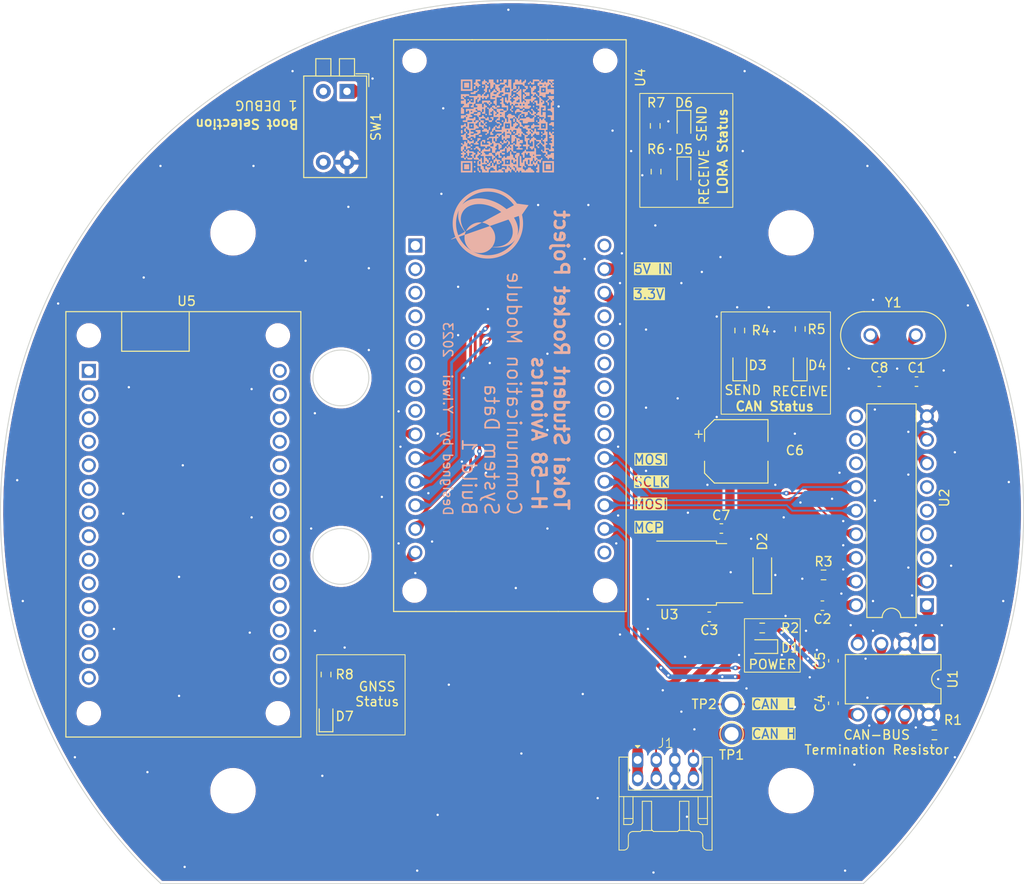
<source format=kicad_pcb>
(kicad_pcb (version 20221018) (generator pcbnew)
  (layers (0 "F.Cu" signal) (31 "B.Cu" signal) (34 "B.Paste" user) (35 "F.Paste" user) (36 "B.SilkS" user "B.Silkscreen") (37 "F.SilkS" user "F.Silkscreen") (38 "B.Mask" user) (39 "F.Mask" user) (44 "Edge.Cuts" user))
  (net 0 "")
  (net 1 "CAN_H")
  (net 2 "GND")
  (net 3 "+5V")
  (net 4 "CAN_L")
  (net 5 "+3.3V")
  (net 6 "CAN_TX")
  (net 7 "CAN_RX")
  (net 8 "OSC1")
  (net 9 "OSC2")
  (net 10 "SPI_CS_MCP")
  (net 11 "SPI_MOSI")
  (net 12 "SPI_SCLK")
  (net 13 "SPI_MISO")
  (net 14 "Net-(D7-A)")
  (net 15 "Net-(U2-~RESET)")
  (net 63 "Net-(D1-A)")
  (net 65 "Net-(D3-A)")
  (net 66 "Net-(D4-A)")
  (net 67 "Net-(D5-A)")
  (net 68 "Net-(D6-A)")
  (net 69 "CAN_RECEIVE_STATUS")
  (net 70 "CAN_SEND_STATUS")
  (net 71 "LORA_RECEIVE_STATUS")
  (net 72 "LORA_SEND_STATUS")
  (net 73 "GNSS_STATUS")
  (net 74 "DEBUG_MODE")
  (net 78 "+12V")
  (footprint "MountingHole:MountingHole_4.5mm" (layer "F.Cu") (at 178.5 75)
    (fp_text reference "REF**" hide)
    (fp_text value "MountingHole_4.5mm" hide)
  )
  (footprint "Connector_Pin:Pin_D1.0mm_L10.0mm" (layer "F.Cu") (at 172.1 125.699432)
    (fp_text reference "TP2")
    (fp_text value "TestPoint")
  )
  (footprint "Package_TO_SOT_SMD:TO-252-2" (layer "F.Cu") (at 167.16 111.599432 180)
    (fp_text reference "U3")
    (fp_text value "NJM7805SDL1")
  )
  (footprint "Crystal:Crystal_HC49-U_Vertical" (layer "F.Cu") (at 187.0275 86.0002)
    (fp_text reference "Y1")
    (fp_text value "8MHz")
  )
  (footprint "Capacitor_SMD:C_0603_1608Metric_Pad1.08x0.95mm_HandSolder" (layer "F.Cu") (at 181.86 115.1002 180)
    (fp_text reference "C2")
    (fp_text value "0.1μF")
  )
  (footprint "LED_SMD:LED_0603_1608Metric_Pad1.05x0.95mm_HandSolder" (layer "F.Cu") (at 166.9775 63.4877 -90)
    (fp_text reference "D6")
    (fp_text value "ORANGE")
  )
  (footprint "Resistor_SMD:R_0603_1608Metric_Pad0.98x0.95mm_HandSolder" (layer "F.Cu") (at 128.5 122.5 -90)
    (fp_text reference "R8")
    (fp_text value "300Ω")
  )
  (footprint "Capacitor_SMD:C_0603_1608Metric_Pad1.08x0.95mm_HandSolder" (layer "F.Cu") (at 171 106.799432 180)
    (fp_text reference "C7")
    (fp_text value "0.1μF")
  )
  (footprint "Capacitor_SMD:C_0603_1608Metric_Pad1.08x0.95mm_HandSolder" (layer "F.Cu") (at 183.044 121.027932 90)
    (fp_text reference "C5")
    (fp_text value "0.1μF")
  )
  (footprint "LED_SMD:LED_0603_1608Metric_Pad1.05x0.95mm_HandSolder" (layer "F.Cu") (at 128.5 127 90)
    (fp_text reference "D7")
    (fp_text value "GREEN")
  )
  (footprint "Package_DIP:DIP-8_W7.62mm" (layer "F.Cu") (at 193.2775 119.2002 -90)
    (fp_text reference "U1")
    (fp_text value "MCP2562-E-P")
  )
  (footprint "Diode_SMD:D_SOD-123F" (layer "F.Cu") (at 175.4 111.599432 90)
    (fp_text reference "D2")
    (fp_text value "1N4007")
  )
  (footprint "ArduinoMkrGpsShield:Arduino MKR GPS Shield" (layer "F.Cu") (at 103 89.84)
    (fp_text reference "U5")
    (fp_text value "~")
  )
  (footprint "Resistor_SMD:R_0603_1608Metric_Pad0.98x0.95mm_HandSolder" (layer "F.Cu") (at 163.9775 68.4127 -90)
    (fp_text reference "R6")
    (fp_text value "100Ω")
  )
  (footprint "Capacitor_SMD:C_0603_1608Metric_Pad1.08x0.95mm_HandSolder" (layer "F.Cu") (at 191.9775 91.0002 180)
    (fp_text reference "C1")
    (fp_text value "15pF")
  )
  (footprint "MountingHole:MountingHole_4.5mm" (layer "F.Cu") (at 118.5 135)
    (fp_text reference "REF**" hide)
    (fp_text value "MountingHole_4.5mm" hide)
  )
  (footprint "Resistor_SMD:R_0603_1608Metric_Pad0.98x0.95mm_HandSolder" (layer "F.Cu") (at 172.9775 85.5002 -90)
    (fp_text reference "R4")
    (fp_text value "100Ω")
  )
  (footprint "ABX00012:ARDUINO_ABX00012" (layer "F.Cu") (at 135.7625 54.225 -90)
    (fp_text reference "U4")
    (fp_text value "ABX00012")
  )
  (footprint "Capacitor_SMD:CP_Elec_6.3x7.7" (layer "F.Cu") (at 172.6 98.499432)
    (fp_text reference "C6")
    (fp_text value "100μF")
  )
  (footprint "MountingHole:MountingHole_4.5mm" (layer "F.Cu") (at 178.5 135)
    (fp_text reference "REF**" hide)
    (fp_text value "MountingHole_4.5mm" hide)
  )
  (footprint "LED_SMD:LED_0603_1608Metric_Pad1.05x0.95mm_HandSolder" (layer "F.Cu") (at 172.9775 89.2502 90)
    (fp_text reference "D3")
    (fp_text value "ORANGE")
  )
  (footprint "Resistor_SMD:R_0603_1608Metric_Pad0.98x0.95mm_HandSolder" (layer "F.Cu") (at 193.9 129)
    (fp_text reference "R1")
    (fp_text value "120Ω")
  )
  (footprint "Capacitor_SMD:C_0603_1608Metric_Pad1.08x0.95mm_HandSolder" (layer "F.Cu") (at 183.044 125.6002 90)
    (fp_text reference "C4")
    (fp_text value "0.1μF")
  )
  (footprint "Capacitor_SMD:C_0603_1608Metric_Pad1.08x0.95mm_HandSolder" (layer "F.Cu") (at 169.7 116.299432 180)
    (fp_text reference "C3")
    (fp_text value "10μF")
  )
  (footprint "MountingHole:MountingHole_4.5mm" (layer "F.Cu") (at 118.5 75)
    (fp_text reference "REF**" hide)
    (fp_text value "MountingHole_4.5mm" hide)
  )
  (footprint "LED_SMD:LED_0603_1608Metric_Pad1.05x0.95mm_HandSolder" (layer "F.Cu") (at 166.9775 68.5002 -90)
    (fp_text reference "D5")
    (fp_text value "ORANGE")
  )
  (footprint "Connector_Pin:Pin_D1.0mm_L10.0mm" (layer "F.Cu") (at 172.1 128.899432)
    (fp_text reference "TP1")
    (fp_text value "TestPoint")
  )
  (footprint "LED_SMD:LED_0603_1608Metric_Pad1.05x0.95mm_HandSolder" (layer "F.Cu") (at 175.39 119.5002 180)
    (fp_text reference "D1")
    (fp_text value "RED")
  )
  (footprint "Resistor_SMD:R_0603_1608Metric_Pad0.98x0.95mm_HandSolder" (layer "F.Cu") (at 181.985 111.7902)
    (fp_text reference "R3")
    (fp_text value "10kΩ")
  )
  (footprint "Hirose_Connector:Hirose_DF11B-8DP-2DS" (layer "F.Cu") (at 162 131.69)
    (fp_text reference "J1")
    (fp_text value "Conn_01x08")
  )
  (footprint "Resistor_SMD:R_0603_1608Metric_Pad0.98x0.95mm_HandSolder" (layer "F.Cu") (at 163.89 63.4877 -90)
    (fp_text reference "R7")
    (fp_text value "100Ω")
  )
  (footprint "Package_DIP:DIP-18_W7.62mm" (layer "F.Cu") (at 193.0975 115.0402 180)
    (fp_text reference "U2")
    (fp_text value "MCP2515-I/P")
  )
  (footprint "Resistor_SMD:R_0603_1608Metric_Pad0.98x0.95mm_HandSolder" (layer "F.Cu") (at 175.39 117.5002 180)
    (fp_text reference "R2")
    (fp_text value "620Ω")
  )
  (footprint "Button_Switch_THT:SW_DIP_SPSTx02_Piano_10.8x6.64mm_W7.62mm_P2.54mm" (layer "F.Cu") (at 130.75 59.774432 -90)
    (fp_text reference "SW1")
    (fp_text value "SW_DIP_x02")
  )
  (footprint "Capacitor_SMD:C_0603_1608Metric_Pad1.08x0.95mm_HandSolder" (layer "F.Cu") (at 187.9775 91.0002)
    (fp_text reference "C8")
    (fp_text value "15pF")
  )
  (footprint "LED_SMD:LED_0603_1608Metric_Pad1.05x0.95mm_HandSolder" (layer "F.Cu") (at 179.4775 89.2502 90)
    (fp_text reference "D4")
    (fp_text value "ORANGE")
  )
  (footprint "Resistor_SMD:R_0603_1608Metric_Pad0.98x0.95mm_HandSolder" (layer "F.Cu") (at 179.4775 85.3377 -90)
    (fp_text reference "R5")
    (fp_text value "100Ω")
  )
  (footprint "LOGO" (layer "B.Cu") (at 146 74 90)
    (fp_text reference "G***" hide)
    (fp_text value "LOGO" hide)
  )
  (footprint "LOGO" (layer "B.Cu") (at 148 63.5)
    (fp_text reference "G***" hide)
    (fp_text value "LOGO" hide)
  )
  (gr_rect (start 127.5 120.375) (end 137 129) (stroke (width 0.1)) (fill none) (layer "F.SilkS"))
  (gr_rect (start 162.2275 60.0002) (end 172.2275 72.2502) (stroke (width 0.1)) (fill none) (layer "F.SilkS"))
  (gr_rect (start 173.4775 116.5002) (end 179.4775 122.2502) (stroke (width 0.1)) (fill none) (layer "F.SilkS"))
  (gr_rect (start 170.9775 83.5002) (end 182.7275 94.5002) (stroke (width 0.1)) (fill none) (layer "F.SilkS"))
  (gr_arc locked (start 110.75 145) (mid 148.5 49.999432) (end 186.25 145) (stroke (width 0.1)) (layer "Edge.Cuts"))
  (gr_circle (center 130.1 90.6) (end 133.1 90.6) (stroke (width 0.1)) (fill none) (layer "Edge.Cuts"))
  (gr_circle (center 130.1 109.8) (end 133.1 109.8) (stroke (width 0.1)) (fill none) (layer "Edge.Cuts"))
  (gr_line locked (start 186.25 145) (end 110.75 145) (stroke (width 0.1)) (layer "Edge.Cuts"))
  (gr_text "Tokai Student Rocket Poject\nH-58 Avionics" (at 150.5 105 270) (layer "B.SilkS") (effects (font (size 1.5 1.5) (thickness 0.3) bold) (justify left bottom mirror)))
  (gr_text "Communication Module\nSystem Data\nBuild 1" (at 143 105.5 270) (layer "B.SilkS") (effects (font (size 1.5 1.5) (thickness 0.1875)) (justify left bottom mirror)))
  (gr_text "Designed by 　Y.Iwai 　2023" (at 141 105.5 270) (layer "B.SilkS") (effects (font (size 1 1) (thickness 0.153)) (justify left bottom mirror)))
  (gr_text "5V IN" (at 161.5 78.899432) (layer "F.SilkS" knockout) (effects (font (size 1 1) (thickness 0.153)) (justify left)))
  (gr_text "CAN-BUS\nTermination Resistor" (at 187.7 129.8) (layer "F.SilkS") (effects (font (size 1 1) (thickness 0.153))))
  (gr_text "GNSS\nStatus\n" (at 134 126) (layer "F.SilkS") (effects (font (size 1 1)) (justify bottom)))
  (gr_text "SEND" (at 173.3 92.5002) (layer "F.SilkS") (effects (font (size 1 1)) (justify bottom)))
  (gr_text "CAN L" (at 174.2 125.699432) (layer "F.SilkS" knockout) (effects (font (size 1 1) (thickness 0.153)) (justify left)))
  (gr_text "MOSI" (at 161.5 99.399432) (layer "F.SilkS" knockout) (effects (font (size 1 1) (thickness 0.153)) (justify left)))
  (gr_text "SCLK" (at 161.5 101.799432) (layer "F.SilkS" knockout) (effects (font (size 1 1) (thickness 0.153)) (justify left)))
  (gr_text "RECEIVE" (at 179.4775 92.6252) (layer "F.SilkS") (effects (font (size 1 1)) (justify bottom)))
  (gr_text "Boot Selection\n" (at 120 62.699432 180) (layer "F.SilkS") (effects (font (size 1 1) (thickness 0.2) bold) (justify bottom)))
  (gr_text "POWER" (at 176.4775 122.0002) (layer "F.SilkS") (effects (font (size 1 1)) (justify bottom)))
  (gr_text "CAN H" (at 174.2 128.899432) (layer "F.SilkS" knockout) (effects (font (size 1 1) (thickness 0.153)) (justify left)))
  (gr_text "SEND" (at 169.4775 63.2502 90) (layer "F.SilkS") (effects (font (size 1 1)) (justify bottom)))
  (gr_text "1 DEBUG" (at 125.5 60.699432 180) (layer "F.SilkS") (effects (font (size 1 1) (thickness 0.153)) (justify left bottom)))
  (gr_text "LORA Status" (at 171.7275 66.2502 90) (layer "F.SilkS") (effects (font (size 1 1) (thickness 0.2) bold) (justify bottom)))
  (gr_text "MOSI" (at 161.5 104.199432) (layer "F.SilkS" knockout) (effects (font (size 1 1) (thickness 0.153)) (justify left)))
  (gr_text "3.3V" (at 161.5 81.599432) (layer "F.SilkS" knockout) (effects (font (size 1 1) (thickness 0.153)) (justify left)))
  (gr_text "RECEIVE" (at 169.7275 69.0002 90) (layer "F.SilkS") (effects (font (size 1 1)) (justify bottom)))
  (gr_text "CAN Status" (at 176.7275 94.2502) (layer "F.SilkS") (effects (font (size 1 1) (thickness 0.2) bold) (justify bottom)))
  (gr_text "MCP" (at 161.5 106.699432) (layer "F.SilkS" knockout) (effects (font (size 1 1) (thickness 0.153)) (justify left)))
  (segment (start 190.7375 128.1625) (end 189.7 129.2) (width 0.2) (layer "F.Cu") (net 1))
  (segment (start 180.6773 129.2) (end 180.376732 128.899432) (width 0.2) (layer "F.Cu") (net 1))
  (segment (start 195.3 126.8) (end 193.1 129) (width 0.2) (layer "F.Cu") (net 1))
  (segment (start 172.1 128.899432) (end 169.3 128.899432) (width 0.2) (layer "F.Cu") (net 1))
  (segment (start 189.7 129.2) (end 180.6773 129.2) (width 0.2) (layer "F.Cu") (net 1))
  (segment (start 194.7 125.4) (end 195.3 126) (width 0.2) (layer "F.Cu") (net 1))
  (segment (start 167.9775 130.221932) (end 167.9775 133.6902) (width 0.2) (layer "F.Cu") (net 1))
  (segment (start 190.7375 125.7625) (end 191.1 125.4) (width 0.2) (layer "F.Cu") (net 1))
  (segment (start 180.376732 128.899432) (end 172.1 128.899432) (width 0.2) (layer "F.Cu") (net 1))
  (segment (start 195.3 126) (end 195.3 126.8) (width 0.2) (layer "F.Cu") (net 1))
  (segment (start 190.7375 126.8202) (end 190.7375 128.1625) (width 0.2) (layer "F.Cu") (net 1))
  (segment (start 190.7375 126.8202) (end 190.7375 125.7625) (width 0.2) (layer "F.Cu") (net 1))
  (segment (start 191.1 125.4) (end 194.7 125.4) (width 0.2) (layer "F.Cu") (net 1))
  (segment (start 169.3 128.899432) (end 167.9775 130.221932) (width 0.2) (layer "F.Cu") (net 1))
  (via (at 186.7 67.8) (size 0.51) (drill 0.25) (layers "F.Cu" "B.Cu") (net 2))
  (via (at 142.7 80.8) (size 0.51) (drill 0.25) (layers "F.Cu" "B.Cu") (net 2))
  (via (at 172 111.499432) (size 0.51) (drill 0.25) (layers "F.Cu" "B.Cu") (net 2))
  (via (at 146.1 89) (size 0.51) (drill 0.25) (layers "F.Cu" "B.Cu") (net 2))
  (via (at 162.5 68.8) (size 0.51) (drill 0.25) (layers "F.Cu" "B.Cu") (net 2))
  (via (at 187.3 114.6) (size 0.51) (drill 0.25) (layers "F.Cu" "B.Cu") (net 2))
  (via (at 173.3 66.2) (size 0.51) (drill 0.25) (layers "F.Cu" "B.Cu") (net 2))
  (via (at 127.3 94.4) (size 0.51) (drill 0.25) (layers "F.Cu" "B.Cu") (net 2))
  (via (at 179.7 112.2) (size 0.51) (drill 0.25) (layers "F.Cu" "B.Cu") (net 2))
  (via (at 139.9 108.2) (size 0.51) (drill 0.25) (layers "F.Cu" "B.Cu") (net 2))
  (via (at 195.7 110.8) (size 0.51) (drill 0.25) (layers "F.Cu" "B.Cu") (net 2))
  (via (at 95.9 114.6) (size 0.51) (drill 0.25) (layers "F.Cu" "B.Cu") (net 2))
  (via (at 108.9 79.8) (size 0.51) (drill 0.25) (layers "F.Cu" "B.Cu") (net 2))
  (via (at 201.3 114.6) (size 0.51) (drill 0.25) (layers "F.Cu" "B.Cu") (net 2))
  (via (at 170.9 77.6) (size 0.51) (drill 0.25) (layers "F.Cu" "B.Cu") (net 2))
  (via (at 163.7 143.8) (size 0.51) (drill 0.25) (layers "F.Cu" "B.Cu") (net 2))
  (via (at 156.7 72) (size 0.51) (drill 0.25) (layers "F.Cu" "B.Cu") (net 2))
  (via (at 120.5 91.8) (size 0.51) (drill 0.25) (layers "F.Cu" "B.Cu") (net 2))
  (via (at 180.5 122.8) (size 0.51) (drill 0.25) (layers "F.Cu" "B.Cu") (net 2))
  (via (at 107.3 91.6) (size 0.51) (drill 0.25) (layers "F.Cu" "B.Cu") (net 2))
  (via (at 136.3 94.2) (size 0.51) (drill 0.25) (layers "F.Cu" "B.Cu") (net 2))
  (via (at 148.9 113.2) (size 0.51) (drill 0.25) (layers "F.Cu" "B.Cu") (net 2))
  (via (at 165.5 66) (size 0.51) (drill 0.25) (layers "F.Cu" "B.Cu") (net 2))
  (via (at 138.1 111.6) (size 0.51) (drill 0.25) (layers "F.Cu" "B.Cu") (net 2))
  (via (at 183.7 100.8) (size 0.51) (drill 0.25) (layers "F.Cu" "B.Cu") (net 2))
  (via (at 173.5 57.6) (size 0.51) (drill 0.25) (layers "F.Cu" "B.Cu") (net 2))
  (via (at 160.1 84.8) (size 0.51) (drill 0.25) (layers "F.Cu" "B.Cu") (net 2))
  (via (at 133.5 58.4) (size 0.51) (drill 0.25) (layers "F.Cu" "B.Cu") (net 2))
  (via (at 173.7 124) (size 0.51) (drill 0.25) (layers "F.Cu" "B.Cu") (net 2))
  (via (at 179.5 104) (size 0.51) (drill 0.25) (layers "F.Cu" "B.Cu") (net 2))
  (via (at 138.3 143.6) (size 0.51) (drill 0.25) (layers "F.Cu" "B.Cu") (net 2))
  (via (at 160.1 80.4) (size 0.51) (drill 0.25) (layers "F.Cu" "B.Cu") (net 2))
  (via (at 163.1 117.6) (size 0.51) (drill 0.25) (layers "F.Cu" "B.Cu") (net 2))
  (via (at 136.3 108.4) (size 0.51) (drill 0.25) (layers "F.Cu" "B.Cu") (net 2))
  (via (at 182.9 103.6) (size 0.51) (drill 0.25) (layers "F.Cu" "B.Cu") (net 2))
  (via (at 152.3 96.2) (size 0.51) (drill 0.25) (layers "F.Cu" "B.Cu") (net 2))
  (via (at 165.3 63) (size 0.51) (drill 0.25) (layers "F.Cu" "B.Cu") (net 2))
  (via (at 187.5 103.8) (size 0.51) (drill 0.25) (layers "F.Cu" "B.Cu") (net 2))
  (via (at 143.1 99.6) (size 0.51) (drill 0.25) (layers "F.Cu" "B.Cu") (net 2))
  (via (at 201.9 101.8) (size 0.51) (drill 0.25) (layers "F.Cu" "B.Cu") (net 2))
  (via (at 167.3 137.8) (size 0.51) (drill 0.25) (layers "F.Cu" "B.Cu") (net 2))
  (via (at 130.9 72.2) (size 0.51) (drill 0.25) (layers "F.Cu" "B.Cu") (net 2))
  (via (at 112.7 124.8) (size 0.51) (drill 0.25) (layers "F.Cu" "B.Cu") (net 2))
  (via (at 142.7 86) (size 0.51) (drill 0.25) (layers "F.Cu" "B.Cu") (net 2))
  (via (at 180.1 117.8) (size 0.51) (drill 0.25) (layers "F.Cu" "B.Cu") (net 2))
  (via (at 157.7 135.8) (size 0.51) (drill 0.25) (layers "F.Cu" "B.Cu") (net 2))
  (via (at 196.1 98.6) (size 0.51) (drill 0.25) (layers "F.Cu" "B.Cu") (net 2))
  (via (at 161.3 66.2) (size 0.51) (drill 0.25) (layers "F.Cu" "B.Cu") (net 2))
  (via (at 168.9 79.2) (size 0.51) (drill 0.25) (layers "F.Cu" "B.Cu") (net 2))
  (via (at 140.5 96.6) (size 0.51) (drill 0.25) (layers "F.Cu" "B.Cu") (net 2))
  (via (at 170.5 84) (size 0.51) (drill 0.25) (layers "F.Cu" "B.Cu") (net 2))
  (via (at 159.3 64) (size 0.51) (drill 0.25) (layers "F.Cu" "B.Cu") (net 2))
  (via (at 166.7 80.399432) (size 0.51) (drill 0.25) (layers "F.Cu" "B.Cu") (net 2))
  (via (at 189.9 89.6) (size 0.51) (drill 0.25) (layers "F.Cu" "B.Cu") (net 2))
  (via (at 184.7 89.6) (size 0.51) (drill 0.25) (layers "F.Cu" "B.Cu") (net 2))
  (via (at 184.1 106) (size 0.51) (drill 0.25) (layers "F.Cu" "B.Cu") (net 2))
  (via (at 184.9 117.2) (size 0.51) (drill 0.25) (layers "F.Cu" "B.Cu") (net 2))
  (via (at 183.9 113.8) (size 0.51) (drill 0.25) (layers "F.Cu" "B.Cu") (net 2))
  (via (at 141.7 123.6) (size 0.51) (drill 0.25) (layers "F.Cu" "B.Cu") (net 2))
  (via (at 139.5 103) (size 0.51) (drill 0.25) (layers "F.Cu" "B.Cu") (net 2))
  (via (at 170.5 94.8) (size 0.51) (drill 0.25) (layers "F.Cu" "B.Cu") (net 2))
  (via (at 110.7 67.8) (size 0.51) (drill 0.25) (layers "F.Cu" "B.Cu") (net 2))
  (via (at 176.8 102.099432) (size 0.51) (drill 0.25) (layers "F.Cu" "B.Cu") (net 2))
  (via (at 151.3 72) (size 0.51) (drill 0.25) (layers "F.Cu" "B.Cu") (net 2))
  (via (at 160.1 118.2) (size 0.51) (drill 0.25) (layers "F.Cu" "B.Cu") (net 2))
  (via (at 191.5 114) (size 0.51) (drill 0.25) (layers "F.Cu" "B.Cu") (net 2))
  (via (at 126.3 78) (size 0.51) (drill 0.25) (layers "F.Cu" "B.Cu") (net 2))
  (via (at 99.7 82.6) (size 0.51) (drill 0.25) (layers "F.Cu" "B.Cu") (net 2))
  (via (at 184.1 108.6) (size 0.51) (drill 0.25) (layers "F.Cu" "B.Cu") (net 2))
  (via (at 130.5 119.6) (size 0.51) (drill 0.25) (layers "F.Cu" "B.Cu") (net 2))
  (via (at 164.7 124.2) (size 0.51) (drill 0.25) (layers "F.Cu" "B.Cu") (net 2))
  (via (at 194.3 123) (size 0.51) (drill 0.25) (layers "F.Cu" "B.Cu") (net 2))
  (via (at 187.3 117.8) (size 0.51) (drill 0.25) (layers "F.Cu" "B.Cu") (net 2))
  (via (at 159.9 98) (size 0.51) (drill 0.25) (layers "F.Cu" "B.Cu") (net 2))
  (via (at 145.9 83.2) (size 0.51) (drill 0.25) (layers "F.Cu" "B.Cu") (net 2))
  (via (at 127.3 117.8) (size 0.51) (drill 0.25) (layers "F.Cu" "B.Cu") (net 2))
  (via (at 194.9 89.8) (size 0.51) (drill 0.25) (layers "F.Cu" "B.Cu") (net 2))
  (via (at 109.3 133) (size 0.51) (drill 0.25) (layers "F.Cu" "B.Cu") (net 2))
  (via (at 162.9 100.6) (size 0.51) (drill 0.25) (layers "F.Cu" "B.Cu") (net 2))
  (via (at 148.1 51) (size 0.51) (drill 0.25) (layers "F.Cu" "B.Cu") (net 2))
  (via (at 141.1 61.6) (size 0.51) (drill 0.25) (layers "F.Cu" "B.Cu") (net 2))
  (via (at 196.1 131.4) (size 0.51) (drill 0.25) (layers "F.Cu" "B.Cu") (net 2))
  (via (at 95.3 101.6) (size 0.51) (drill 0.25) (layers "F.Cu" "B.Cu") (net 2))
  (via (at 134.5 103.4) (size 0.51) (drill 0.25) (layers "F.Cu" "B.Cu") (net 2))
  (via (at 166.7 126.499432) (size 0.51) (drill 0.25) (layers "F.Cu" "B.Cu") (net 2))
  (via (at 191.9 128.2) (size 0.51) (drill 0.25) (layers "F.Cu" "B.Cu") (net 2))
  (via (at 159.9 105.4) (size 0.51) (drill 0.25) (layers "F.Cu" "B.Cu") (net 2))
  (via (at 153.5 61.4) (size 0.51) (drill 0.25) (layers "F.Cu" "B.Cu") (net 2))
  (via (at 156.3 77.8) (size 0.51) (drill 0.25) (layers "F.Cu" "B.Cu") (net 2))
  (via (at 184.1 111.2) (size 0.51) (drill 0.25) (layers "F.Cu" "B.Cu") (net 2))
  (via (at 186.5 120.8) (size 0.51) (drill 0.25) (layers "F.Cu" "B.Cu") (net 2))
  (via (at 177.5 120.4) (size 0.51) (drill 0.25) (layers "F.Cu" "B.Cu") (net 2))
  (via (at 178.9 96.6) (size 0.51) (drill 0.25) (layers "F.Cu" "B.Cu") (net 2))
  (via (at 120.7 67.8) (size 0.51) (drill 0.25) (layers "F.Cu" "B.Cu") (net 2))
  (via (at 140.5 137.6) (size 0.51) (drill 0.25) (layers "F.Cu" "B.Cu") (net 2))
  (via (at 156.1 124.6) (size 0.51) (drill 0.25) (layers "F.Cu" "B.Cu") (net 2))
  (via (at 136.5 98) (size 0.51) (drill 0.25) (layers "F.Cu" "B.Cu") (net 2))
  (via (at 133.1 78.8) (size 0.51) (drill 0.25) (layers "F.Cu" "B.Cu") (net 2))
  (via (at 120.5 105.6) (size 0.51) (drill 0.25) (layers "F.Cu" "B.Cu") (net 2))
  (via (at 172.7 83) (size 0.51) (drill 0.25) (layers "F.Cu" "B.Cu") (net 2))
  (via (at 185.3 132.2) (size 0.51) (drill 0.25) (layers "F.Cu" "B.Cu") (net 2))
  (via (at 105.7 117.6) (size 0.51) (drill 0.25) (layers "F.Cu" "B.Cu") (net 2))
  (via (at 143.3 90.6) (size 0.51) (drill 0.25) (layers "F.Cu" "B.Cu") (net 2))
  (via (at 166.3 92.8) (size 0.51) (drill 0.25) (layers "F.Cu" "B.Cu") (net 2))
  (via (at 140.9 70.8) (size 0.51) (drill 0.25) (layers "F.Cu" "B.Cu") (net 2))
  (via (at 191.1 96.4) (size 0.51) (drill 0.25) (layers "F.Cu" "B.Cu") (net 2))
  (via (at 113.3 143.2) (size 0.51) (drill 0.25) (layers "F.Cu" "B.Cu") (net 2))
  (via (at 186.7 125) (size 0.51) (drill 0.25) (layers "F.Cu" "B.Cu") (net 2))
  (via (at 167.4 105.099432) (size 0.51) (drill 0.25) (layers "F.Cu" "B.Cu") (net 2))
  (via (at 187.5 94) (size 0.51) (drill 0.25) (layers "F.Cu" "B.Cu") (net 2))
  (via (at 113.1 100) (size 0.51) (drill 0.25) (layers "F.Cu" "B.Cu") (net 2))
  (via (at 162.9 93.8) (size 0.51) (drill 0.25) (layers "F.Cu" "B.Cu") (net 2))
  (via (at 149.5 131) (size 0.51) (drill 0.25) (layers "F.Cu" "B.Cu") (net 2))
  (via (at 163.9 74.2) (size 0.51) (drill 0.25) (layers "F.Cu" "B.Cu") (net 2))
  (via (at 191.1 101) (size 0.51) (drill 0.25) (layers "F.Cu" "B.Cu") (net 2))
  (via (at 162.9 85.4) (size 0.51) (drill 0.25) (layers "F.Cu" "B.Cu") (net 2))
  (via (at 177.7 105.6) (size 0.51) (drill 0.25) (layers "F.Cu" "B.Cu") (net 2))
  (via (at 120.3 118) (size 0.51) (drill 0.25) (layers "F.Cu" "B.Cu") (net 2))
  (via (at 160.3 77.2) (size 0.51) (drill 0.25) (layers "F.Cu" "B.Cu") (net 2))
  (via (at 112.7 112) (size 0.51) (drill 0.25) (layers "F.Cu" "B.Cu") (net 2))
  (via (at 152.3 106.8) (size 0.51) (drill 0.25) (layers "F.Cu" "B.Cu") (net 2))
  (via (at 197.5 82.8) (size 0.51) (drill 0.25) (layers "F.Cu" "B.Cu") (net 2))
  (via (at 145.7 100.8) (size 0.51) (drill 0.25) (layers "F.Cu" "B.Cu") (net 2))
  (via (at 176.8 111.799432) (size 0.51) (drill 0.25) (layers "F.Cu" "B.Cu") (net 2))
  (via (at 177.9 116.2) (size 0.51) (drill 0.25) (layers "F.Cu" "B.Cu") (net 2))
  (via (at 133.1 87.6) (size 0.51) (drill 0.25) (layers "F.Cu" "B.Cu") (net 2))
  (via (at 159.7 108.4) (size 0.51) (drill 0.25) (layers "F.Cu" "B.Cu") (net 2))
  (via (at 178.9 126) (size 0.51) (drill 0.25) (layers "F.Cu" "B.Cu") (net 2))
  (via (at 126.9 106.8) (size 0.51) (drill 0.25) (layers "F.Cu" "B.Cu") (net 2))
  (via (at 168.1 128.4) (size 0.51) (drill 0.25) (layers "F.Cu" "B.Cu") (net 2))
  (via (at 128.1 133.4) (size 0.51) (drill 0.25) (layers "F.Cu" "B.Cu") (net 2))
  (via (at 184.3 143.6) (size 0.51) (drill 0.25) (layers "F.Cu" "B.Cu") (net 2))
  (via (at 176.7 85.6) (size 0.51) (drill 0.25) (layers "F.Cu" "B.Cu") (net 2))
  (via (at 101.5 131.4) (size 0.51) (drill 0.25) (layers "F.Cu" "B.Cu") (net 2))
  (via (at 169.5 102.099432) (size 0.51) (drill 0.25) (layers "F.Cu" "B.Cu") (net 2))
  (via (at 191.9 117.2) (size 0.51) (drill 0.25) (layers "F.Cu" "B.Cu") (net 2))
  (via (at 174.2 107.899432) (size 0.51) (drill 0.25) (layers "F.Cu" "B.Cu") (net 2))
  (via (at 167.1 120.6) (size 0.51) (drill 0.25) (layers "F.Cu" "B.Cu") (net 2))
  (via (at 187.3 82.2) (size 0.51) (drill 0.25) (layers "F.Cu" "B.Cu") (net 2))
  (via (at 106.7 105.2) (size 0.51) (drill 0.25) (layers "F.Cu" "B.Cu") (net 2))
  (via (at 152.3 88) (size 0.51) (drill 0.25) (layers "F.Cu" "B.Cu") (net 2))
  (via (at 124.9 57.6) (size 0.51) (drill 0.25) (layers "F.Cu" "B.Cu") (net 2))
  (via (at 172.9 120.4) (size 0.51) (drill 0.25) (layers "F.Cu" "B.Cu") (net 2))
  (via (at 191.1 111) (size 0.51) (drill 0.25) (layers "F.Cu" "B.Cu") (net 2))
  (via (at 194.7 117.2) (size 0.51) (drill 0.25) (layers "F.Cu" "B.Cu") (net 2))
  (via (at 163.1 114.4) (size 0.51) (drill 0.25) (layers "F.Cu" "B.Cu") (net 2))
  (via (at 186.9 128) (size 0.51) (drill 0.25) (layers "F.Cu" "B.Cu") (net 2))
  (via (at 181.266 119.858432) (size 0.51) (drill 0.25) (layers "F.Cu" "B.Cu") (net 2))
  (via (at 176.1 83) (size 0.51) (drill 0.25) (layers "F.Cu" "B.Cu") (net 2))
  (segment (start 171.9175 106.679432) (end 172.0375 106.799432) (width 1) (layer "F.Cu") (net 3))
  (segment (start 171.9175 100.7402) (end 169.7775 98.6002) (width 1) (layer "F.Cu") (net 3))
  (segment (start 176.3025 115.6752) (end 176.324232 115.6752) (width 0.5) (layer "F.Cu") (net 3))
  (segment (start 177.48865 118.01135) (end 176.9775 117.5002) (width 0.5) (layer "F.Cu") (net 3))
  (segment (start 174.52 109.319432) (end 175.4 110.199432) (width 1) (layer "F.Cu") (net 3))
  (segment (start 172.2 109.319432) (end 174.52 109.319432) (width 1) (layer "F.Cu") (net 3))
  (segment (start 172.0375 109.156932) (end 172.2 109.319432) (width 1) (layer "F.Cu") (net 3))
  (segment (start 164.4775 81.0002) (end 162.3773 78.9) (width 1) (layer "F.Cu") (net 3))
  (segment (start 164.4775 93.5002) (end 164.4775 81.0002) (width 1) (layer "F.Cu") (net 3))
  (segment (start 180.9 121.4) (end 180.3 120.8) (width 0.5) (layer "F.Cu") (net 3))
  (segment (start 162.3773 78.9) (end 158.4227 78.9) (width 1) (layer "F.Cu") (net 3))
  (segment (start 186.94 122.0377) (end 188.1975 120.7802) (width 0.5) (layer "F.Cu") (net 3))
  (segment (start 176.324232 115.6752) (end 178.1 113.899432) (width 0.5) (layer "F.Cu") (net 3))
  (segment (start 172.0375 106.799432) (end 172.0375 109.156932) (width 1) (layer "F.Cu") (net 3))
  (segment (start 176.3025 117.5002) (end 176.3025 115.6752) (width 0.5) (layer "F.Cu") (net 3))
  (segment (start 178.2773 118.8) (end 177.48865 118.01135) (width 0.5) (layer "F.Cu") (net 3))
  (segment (start 177.3 110.199432) (end 175.4 110.199432) (width 0.5) (layer "F.Cu") (net 3))
  (segment (start 178.1 113.899432) (end 178.1 110.999432) (width 0.5) (layer "F.Cu") (net 3))
  (segment (start 180.9 121.4) (end 181.5377 122.0377) (width 0.5) (layer "F.Cu") (net 3))
  (segment (start 171.9175 100.7402) (end 171.9175 106.679432) (width 1) (layer "F.Cu") (net 3))
  (segment (start 178.1 110.999432) (end 177.3 110.199432) (width 0.5) (layer "F.Cu") (net 3))
  (segment (start 181.5377 122.0377) (end 182.2775 122.0377) (width 0.5) (layer "F.Cu") (net 3))
  (segment (start 169.5775 98.6002) (end 164.4775 93.5002) (width 1) (layer "F.Cu") (net 3))
  (segment (start 188.1975 120.7802) (end 188.1975 119.2002) (width 0.5) (layer "F.Cu") (net 3))
  (segment (start 176.9775 117.5002) (end 176.3025 117.5002) (width 0.5) (layer "F.Cu") (net 3))
  (segment (start 182.2775 122.0377) (end 186.94 122.0377) (width 0.5) (layer "F.Cu") (net 3))
  (via (at 177.48865 118.01135) (size 0.51) (drill 0.25) (layers "F.Cu" "B.Cu") (net 3))
  (via (at 178.2773 118.8) (size 0.51) (drill 0.25) (layers "F.Cu" "B.Cu") (net 3))
  (via (at 180.3 120.8) (size 0.51) (drill 0.25) (layers "F.Cu" "B.Cu") (net 3))
  (via (at 180.9 121.4) (size 0.51) (drill 0.25) (layers "F.Cu" "B.Cu") (net 3))
  (segment (start 180.8773 121.4) (end 180.9 121.4) (width 0.5) (layer "B.Cu") (net 3))
  (segment (start 177.48865 118.01135) (end 180.8773 121.4) (width 0.5) (layer "B.Cu") (net 3))
  (segment (start 195.7 128.1125) (end 194.8125 129) (width 0.2) (layer "F.Cu") (net 4))
  (segment (start 188.1975 128.1025) (end 187.5 128.8) (width 0.2) (layer "F.Cu") (net 4))
  (segment (start 190.0177 125) (end 194.865686 125) (width 0.2) (layer "F.Cu") (net 4))
  (segment (start 195.7 125.834315) (end 195.7 128.1125) (width 0.2) (layer "F.Cu") (net 4))
  (segment (start 177.742418 125.699432) (end 168.785457 125.699432) (width 0.2) (layer "F.Cu") (net 4))
  (segment (start 194.865686 125) (end 195.7 125.834315) (width 0.2) (layer "F.Cu") (net 4))
  (segment (start 188.1975 126.8202) (end 190.0177 125) (width 0.2) (layer "F.Cu") (net 4))
  (segment (start 163.9775 130.507389) (end 163.9775 133.6902) (width 0.2) (layer "F.Cu") (net 4))
  (segment (start 180.842986 128.8) (end 177.742418 125.699432) (width 0.2) (layer "F.Cu") (net 4))
  (segment (start 187.5 128.8) (end 180.842986 128.8) (width 0.2) (layer "F.Cu") (net 4))
  (segment (start 168.785457 125.699432) (end 163.9775 130.507389) (width 0.2) (layer "F.Cu") (net 4))
  (segment (start 188.1975 126.8202) (end 188.1975 128.1025) (width 0.2) (layer "F.Cu") (net 4))
  (segment (start 181.0725 111.7902) (end 181.0725 112.3452) (width 0.5) (layer "F.Cu") (net 5))
  (segment (start 185.4775 115.0402) (end 182.9575 115.0402) (width 0.5) (layer "F.Cu") (net 5))
  (segment (start 181.615 126.6377) (end 182.2775 126.6377) (width 0.5) (layer "F.Cu") (net 5))
  (segment (start 172.4775 122.7502) (end 178.7275 122.7502) (width 0.5) (layer "F.Cu") (net 5))
  (segment (start 182.8975 114.1702) (end 182.8975 115.1002) (width 0.5) (layer "F.Cu") (net 5))
  (segment (start 178.7275 122.7502) (end 179.4775 123.5002) (width 0.5) (layer "F.Cu") (net 5))
  (segment (start 178.7275 122.7502) (end 179.475 122.0027) (width 0.5) (layer "F.Cu") (net 5))
  (segment (start 179.475 122.0027) (end 179.475 120.225) (width 0.5) (layer "F.Cu") (net 5))
  (segment (start 161.7275 84.7675) (end 158.4225 81.4625) (width 0.5) (layer "F.Cu") (net 5))
  (segment (start 164.51365 121.81365) (end 164.51365 121.78635) (width 0.5) (layer "F.Cu") (net 5))
  (segment (start 164.51365 121.78635) (end 161.7275 119.0002) (width 0.5) (layer "F.Cu") (net 5))
  (segment (start 181.0725 112.3452) (end 182.8975 114.1702) (width 0.5) (layer "F.Cu") (net 5))
  (segment (start 161.7275 119.0002) (end 161.7275 84.7675) (width 0.5) (layer "F.Cu") (net 5))
  (segment (start 182.8975 116.8025) (end 182.8975 115.1002) (width 0.5) (layer "F.Cu") (net 5))
  (segment (start 179.475 120.225) (end 182.8975 116.8025) (width 0.5) (layer "F.Cu") (net 5))
  (segment (start 182.2775 126.6377) (end 185.475 126.6377) (width 0.5) (layer "F.Cu") (net 5))
  (segment (start 179.4775 123.5002) (end 179.4775 124.5002) (width 0.5) (layer "F.Cu") (net 5))
  (segment (start 179.4775 124.5002) (end 181.615 126.6377) (width 0.5) (layer "F.Cu") (net 5))
  (segment (start 165.3 122.6) (end 164.51365 121.81365) (width 0.5) (layer "F.Cu") (net 5))
  (segment (start 171.1 122.7502) (end 172.4775 122.7502) (width 0.5) (layer "F.Cu") (net 5))
  (via (at 171.1 122.7502) (size 0.51) (drill 0.25) (layers "F.Cu" "B.Cu") (net 5))
  (via (at 172.4775 122.7502) (size 0.51) (drill 0.25) (layers "F.Cu" "B.Cu") (net 5))
  (via (at 164.51365 121.78635) (size 0.51) (drill 0.25) (layers "F.Cu" "B.Cu") (net 5))
  (via (at 165.3 122.6) (size 0.51) (drill 0.25) (layers "F.Cu" "B.Cu") (net 5))
  (segment (start 172.4775 122.7502) (end 165.4775 122.7502) (width 0.5) (layer "B.Cu") (net 5))
  (segment (start 165.4775 122.7502) (end 164.51365 121.78635) (width 0.5) (layer "B.Cu") (net 5))
  (segment (start 193.2775 119.2002) (end 193.2775 115.2202) (width 0.2) (layer "F.Cu") (net 6))
  (segment (start 191.2275 112.5002) (end 193.0975 112.5002) (width 0.2) (layer "F.Cu") (net 7))
  (segment (start 185.6575 119.2002) (end 185.6575 118.0702) (width 0.2) (layer "F.Cu") (net 7))
  (segment (start 185.6575 118.0702) (end 191.2275 112.5002) (width 0.2) (layer "F.Cu") (net 7))
  (segment (start 191.115 91.0002) (end 191.115 95.2777) (width 0.3) (layer "F.Cu") (net 8))
  (segment (start 191.9075 86.0002) (end 191.115 86.7927) (width 0.3) (layer "F.Cu") (net 8))
  (segment (start 191.115 95.2777) (end 193.0975 97.2602) (width 0.3) (layer "F.Cu") (net 8))
  (segment (start 191.115 86.7927) (end 191.115 91.0002) (width 0.3) (layer "F.Cu") (net 8))
  (segment (start 188.84 91.0002) (end 188.84 95.5427) (width 0.3) (layer "F.Cu") (net 9))
  (segment (start 188.84 95.5427) (end 193.0975 99.8002) (width 0.3) (layer "F.Cu") (net 9))
  (segment (start 188.84 87.8127) (end 188.84 91.0002) (width 0.3) (layer "F.Cu") (net 9))
  (segment (start 187.0275 86.0002) (end 188.84 87.8127) (width 0.3) (layer "F.Cu") (net 9))
  (segment (start 178.9 111.14) (end 180.04 110) (width 0.2) (layer "F.Cu") (net 10))
  (segment (start 172.5 121.790497) (end 177.909503 121.790497) (width 0.2) (layer "F.Cu") (net 10))
  (segment (start 177.909503 121.790497) (end 178.9 120.8) (width 0.2) (layer "F.Cu") (net 10))
  (segment (start 178.9 120.8) (end 178.9 111.14) (width 0.2) (layer "F.Cu") (net 10))
  (segment (start 180.04 110) (end 185.5 110) (width 0.2) (layer "F.Cu") (net 10))
  (via (at 172.5 121.790497) (size 0.51) (drill 0.25) (layers "F.Cu" "B.Cu") (net 10))
  (segment (start 172.5 121.790497) (end 165.500497 121.790497) (width 0.2) (layer "B.Cu") (net 10))
  (segment (start 161 117.29) (end 161 108.04) (width 0.2) (layer "B.Cu") (net 10))
  (segment (start 161 108.04) (end 159.8398 106.8798) (width 0.2) (layer "B.Cu") (net 10))
  (segment (start 165.500497 121.790497) (end 161 117.29) (width 0.2) (layer "B.Cu") (net 10))
  (segment (start 159.8398 106.8798) (end 158.4225 106.8798) (width 0.2) (layer "B.Cu") (net 10))
  (segment (start 158.4227 104.3) (end 178.03865 104.3) (width 0.2) (layer "B.Cu") (net 11))
  (segment (start 178.61885 104.8802) (end 185.4775 104.8802) (width 0.2) (layer "B.Cu") (net 11))
  (segment (start 178.03865 104.3) (end 178.61885 104.8802) (width 0.2) (layer "B.Cu") (net 11))
  (segment (start 179.79865 102.3402) (end 185.4775 102.3402) (width 0.2) (layer "B.Cu") (net 12))
  (segment (start 159.7598 101.7598) (end 161.7502 103.7502) (width 0.2) (layer "B.Cu") (net 12))
  (segment (start 158.4225 101.7598) (end 159.7598 101.7598) (width 0.2) (layer "B.Cu") (net 12))
  (segment (start 161.7502 103.7502) (end 178.38865 103.7502) (width 0.2) (layer "B.Cu") (net 12))
  (segment (start 178.38865 103.7502) (end 179.79865 102.3402) (width 0.2) (layer "B.Cu") (net 12))
  (segment (start 184.3975 107.4202) (end 185.4775 107.4202) (width 0.2) (layer "F.Cu") (net 13))
  (segment (start 179.9775 103.0002) (end 184.3975 107.4202) (width 0.2) (layer "F.Cu") (net 13))
  (segment (start 177.9775 103.0002) (end 179.9775 103.0002) (width 0.2) (layer "F.Cu") (net 13))
  (via (at 177.9775 103.0002) (size 0.51) (drill 0.25) (layers "F.Cu" "B.Cu") (net 13))
  (segment (start 159.6971 99.2198) (end 163.4775 103.0002) (width 0.2) (layer "B.Cu") (net 13))
  (segment (start 163.4775 103.0002) (end 177.9775 103.0002) (width 0.2) (layer "B.Cu") (net 13))
  (segment (start 158.4225 99.2198) (end 159.6971 99.2198) (width 0.2) (layer "B.Cu") (net 13))
  (segment (start 128.5 126.125) (end 128.5 123.4125) (width 0.3) (layer "F.Cu") (net 14))
  (segment (start 183.6075 112.5002) (end 182.8975 111.7902) (width 0.3) (layer "F.Cu") (net 15))
  (segment (start 185.4775 112.5002) (end 183.6075 112.5002) (width 0.3) (layer "F.Cu") (net 15))
  (segment (start 174.4775 117.5002) (end 174.4775 119.4627) (width 0.25) (layer "F.Cu") (net 63))
  (segment (start 172.9775 88.3752) (end 172.9775 86.4127) (width 0.3) (layer "F.Cu") (net 65))
  (segment (start 179.4775 88.3752) (end 179.4775 86.2502) (width 0.3) (layer "F.Cu") (net 66))
  (segment (start 163.9775 69.3252) (end 166.9275 69.3252) (width 0.3) (layer "F.Cu") (net 67))
  (segment (start 163.89 64.4002) (end 166.94 64.4002) (width 0.3) (layer "F.Cu") (net 68))
  (segment (start 157.72909 73.2002) (end 164.1775 73.2002) (width 0.3) (layer "F.Cu") (net 69))
  (segment (start 175.4025 84.4252) (end 179.4775 84.4252) (width 0.3) (layer "F.Cu") (net 69))
  (segment (start 145.614645 85.314645) (end 157.72909 73.2002) (width 0.3) (layer "F.Cu") (net 69))
  (segment (start 164.1775 73.2002) (end 175.4025 84.4252) (width 0.3) (layer "F.Cu") (net 69))
  (via (at 145.614645 85.314645) (size 0.51) (drill 0.25) (layers "F.Cu" "B.Cu") (net 69))
  (segment (start 142 97) (end 139.7802 99.2198) (width 0.3) (layer "B.Cu") (net 69))
  (segment (start 145.614645 85.314645) (end 142 88.92929) (width 0.3) (layer "B.Cu") (net 69))
  (segment (start 142 88.92929) (end 142 97) (width 0.3) (layer "B.Cu") (net 69))
  (segment (start 139.7802 99.2198) (end 138.1025 99.2198) (width 0.3) (layer "B.Cu") (net 69))
  (segment (start 146.5 85.136396) (end 157.936196 73.7002) (width 0.3) (layer "F.Cu") (net 70))
  (segment (start 157.936196 73.7002) (end 162.09 73.7002) (width 0.3) (layer "F.Cu") (net 70))
  (segment (start 146.5 86.0123) (end 146.5 85.136396) (width 0.3) (layer "F.Cu") (net 70))
  (segment (start 145.80615 86.70615) (end 146.5 86.0123) (width 0.3) (layer "F.Cu") (net 70))
  (segment (start 162.09 73.7002) (end 172.9775 84.5877) (width 0.3) (layer "F.Cu") (net 70))
  (via (at 145.80615 86.70615) (size 0.51) (drill 0.25) (layers "F.Cu" "B.Cu") (net 70))
  (segment (start 139.7402 101.7598) (end 138.1025 101.7598) (width 0.3) (layer "B.Cu") (net 70))
  (segment (start 142.5 90.0123) (end 142.5 99) (width 0.3) (layer "B.Cu") (net 70))
  (segment (start 142.5 99) (end 139.7402 101.7598) (width 0.3) (layer "B.Cu") (net 70))
  (segment (start 145.80615 86.70615) (end 142.5 90.0123) (width 0.3) (layer "B.Cu") (net 70))
  (segment (start 144.5377 97.5377) (end 144.5377 81.769348) (width 0.3) (layer "F.Cu") (net 71))
  (segment (start 144.5377 81.769348) (end 158.806848 67.5002) (width 0.3) (layer "F.Cu") (net 71))
  (segment (start 158.806848 67.5002) (end 163.9775 67.5002) (width 0.3) (layer "F.Cu") (net 71))
  (segment (start 145 98) (end 144.5377 97.5377) (width 0.3) (layer "F.Cu") (net 71))
  (segment (start 145 98.5) (end 145 98) (width 0.3) (layer "F.Cu") (net 71))
  (via (at 145 98.5) (size 0.51) (drill 0.25) (layers "F.Cu" "B.Cu") (net 71))
  (segment (start 145 98.5) (end 145 99) (width 0.3) (layer "B.Cu") (net 71))
  (segment (start 139.7002 104.2998) (end 138.1025 104.2998) (width 0.3) (layer "B.Cu") (net 71))
  (segment (start 145 99) (end 139.7002 104.2998) (width 0.3) (layer "B.Cu") (net 71))
  (segment (start 144.0377 100.9046) (end 138.1025 106.8398) (width 0.3) (layer "F.Cu") (net 72))
  (segment (start 163.024742 62.5752) (end 144.0377 81.562242) (width 0.3) (layer "F.Cu") (net 72))
  (segment (start 163.89 62.5752) (end 163.024742 62.5752) (width 0.3) (layer "F.Cu") (net 72))
  (segment (start 144.0377 81.562242) (end 144.0377 100.9046) (width 0.3) (layer "F.Cu") (net 72))
  (segment (start 128.5 118.9823) (end 138.1025 109.3798) (width 0.3) (layer "F.Cu") (net 73))
  (segment (start 128.5 121.5875) (end 128.5 118.9823) (width 0.3) (layer "F.Cu") (net 73))
  (segment (start 134.5 94.28865) (end 136.89115 96.6798) (width 0.3) (layer "F.Cu") (net 74))
  (segment (start 132.875 59.774432) (end 134.5 61.399432) (width 0.3) (layer "F.Cu") (net 74))
  (segment (start 136.89115 96.6798) (end 138.1025 96.6798) (width 0.3) (layer "F.Cu") (net 74))
  (segment (start 134.5 61.399432) (end 134.5 94.28865) (width 0.3) (layer "F.Cu") (net 74))
  (segment (start 130.75 59.774432) (end 132.875 59.774432) (width 0.3) (layer "F.Cu") (net 74))
  (segment (start 161.9775 133.6902) (end 161.9775 131.6902) (width 1) (layer "F.Cu") (net 78))
  (segment (start 172.2 114.836932) (end 170.7375 116.299432) (width 1) (layer "F.Cu") (net 78))
  (segment (start 170.7375 116.299432) (end 170.7375 120.3402) (width 1) (layer "F.Cu") (net 78))
  (segment (start 172.2 113.879432) (end 172.2 114.836932) (width 1) (layer "F.Cu") (net 78))
  (segment (start 174.52 113.879432) (end 175.4 112.999432) (width 1) (layer "F.Cu") (net 78))
  (segment (start 161.9775 131.6902) (end 161.9775 129.1002) (width 1) (layer "F.Cu") (net 78))
  (segment (start 172.2 113.879432) (end 174.52 113.879432) (width 1) (layer "F.Cu") (net 78))
  (segment (start 170.7375 120.3402) (end 170.189134 120.888566) (width 1) (layer "F.Cu") (net 78))
  (segment (start 161.9775 129.1002) (end 170.189134 120.888566) (width 1) (layer "F.Cu") (net 78))
  (zone (net 0) (net_name "") (layer "F.Cu") (connect_pads (clearance 0)) (min_thickness 0.25)
    (keepout (tracks allowed) (vias allowed) (pads allowed) (copperpour not_allowed) (footprints allowed))
    (fill (thermal_gap 0.5) (thermal_bridge_width 0.5))
    (polygon (pts (xy 165.7 126.6) (xy 166.7 127.3) (xy 166.5 127.5) (xy 165.5 126.8)))
  )
  (zone (net 2) (net_name "GND") (layers "F&B.Cu") (connect_pads (clearance 0.3)) (min_thickness 0.127) (fill yes (thermal_gap 0.5) (thermal_bridge_width 0.5))
    (polygon (pts (arc (start 186.25 145) (mid 148.5 49.999432) (end 110.75 145))))
  )
)
</source>
